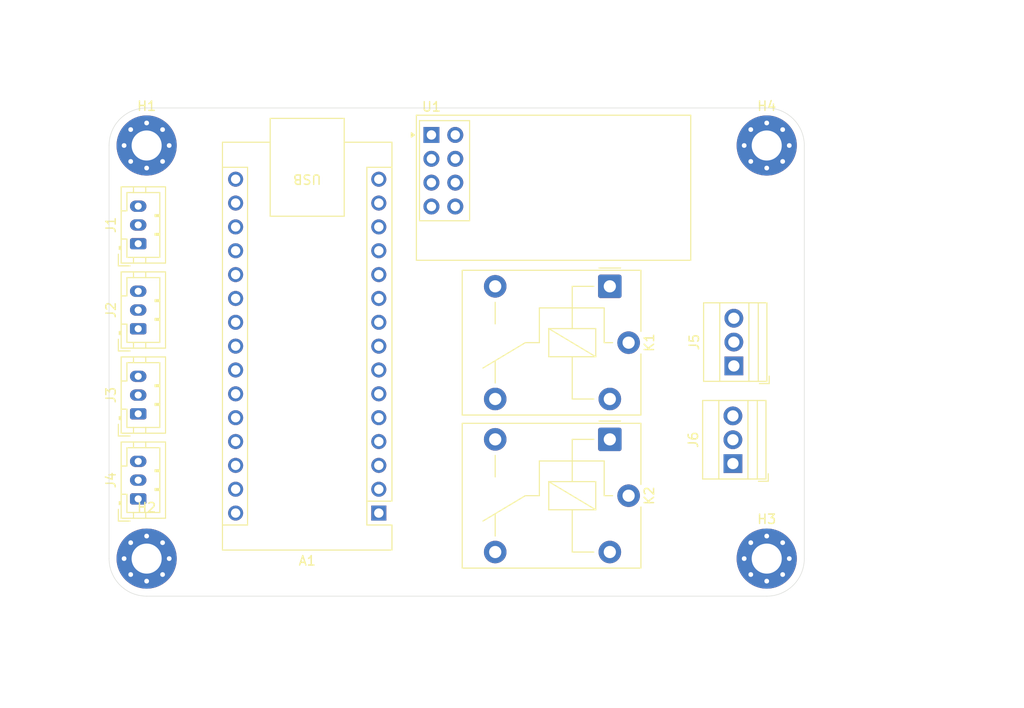
<source format=kicad_pcb>
(kicad_pcb (version 20240108) (generator "pcbnew") (generator_version "8.0")
  (layers (0 "F.Cu" signal) (31 "B.Cu" signal) (34 "B.Paste" user) (35 "F.Paste" user) (36 "B.SilkS" user "B.Silkscreen") (37 "F.SilkS" user "F.Silkscreen") (38 "B.Mask" user) (39 "F.Mask" user) (44 "Edge.Cuts" user))
  (net 0 "")
  (net 20 "Moisture 2")
  (net 21 "Moisture 1")
  (net 22 "Moisture 4")
  (net 23 "Moisture 3")
  (net 24 "GND")
  (net 25 "VCC")
  (net 26 "CSN")
  (net 27 "MISO")
  (net 28 "MOSI")
  (net 29 "SCK")
  (net 30 "CE")
  (net 31 "NC1")
  (net 32 "NO1")
  (net 33 "CO1")
  (net 34 "NC2")
  (net 35 "CO2")
  (net 36 "NO2")
  (net 37 "Net-(Q1-C)")
  (net 38 "Net-(Q2-C)")
  (net 39 "RY2")
  (net 40 "RY1")
  (footprint "MountingHole:MountingHole_3.2mm_M3_Pad_Via" (layer "F.Cu") (at 178.7 51.9)
    (property "Reference" "H4" (at 0 -4.2 0) (layer "F.SilkS"))
    (property "Value" "MountingHole_Pad")
    (pad "1" thru_hole circle (at -2.4 0) (size 0.8 0.8) (drill 0.5) (layers "*.Cu" "*.Mask") (net 24 "GND"))
    (pad "1" thru_hole circle (at -1.697056 -1.697056) (size 0.8 0.8) (drill 0.5) (layers "*.Cu" "*.Mask") (net 24 "GND"))
    (pad "1" thru_hole circle (at -1.697056 1.697056) (size 0.8 0.8) (drill 0.5) (layers "*.Cu" "*.Mask") (net 24 "GND"))
    (pad "1" thru_hole circle (at 0 -2.4) (size 0.8 0.8) (drill 0.5) (layers "*.Cu" "*.Mask") (net 24 "GND"))
    (pad "1" thru_hole circle (at 0 0) (size 6.4 6.4) (drill 3.2) (layers "*.Cu" "*.Mask") (net 24 "GND"))
    (pad "1" thru_hole circle (at 0 2.4) (size 0.8 0.8) (drill 0.5) (layers "*.Cu" "*.Mask") (net 24 "GND"))
    (pad "1" thru_hole circle (at 1.697056 -1.697056) (size 0.8 0.8) (drill 0.5) (layers "*.Cu" "*.Mask") (net 24 "GND"))
    (pad "1" thru_hole circle (at 1.697056 1.697056) (size 0.8 0.8) (drill 0.5) (layers "*.Cu" "*.Mask") (net 24 "GND"))
    (pad "1" thru_hole circle (at 2.4 0) (size 0.8 0.8) (drill 0.5) (layers "*.Cu" "*.Mask") (net 24 "GND"))
  )
  (footprint "MountingHole:MountingHole_3.2mm_M3_Pad_Via" (layer "F.Cu") (at 178.7 95.9)
    (property "Reference" "H3" (at 0 -4.2 0) (layer "F.SilkS"))
    (property "Value" "MountingHole_Pad")
    (pad "1" thru_hole circle (at -2.4 0) (size 0.8 0.8) (drill 0.5) (layers "*.Cu" "*.Mask") (net 24 "GND"))
    (pad "1" thru_hole circle (at -1.697056 -1.697056) (size 0.8 0.8) (drill 0.5) (layers "*.Cu" "*.Mask") (net 24 "GND"))
    (pad "1" thru_hole circle (at -1.697056 1.697056) (size 0.8 0.8) (drill 0.5) (layers "*.Cu" "*.Mask") (net 24 "GND"))
    (pad "1" thru_hole circle (at 0 -2.4) (size 0.8 0.8) (drill 0.5) (layers "*.Cu" "*.Mask") (net 24 "GND"))
    (pad "1" thru_hole circle (at 0 0) (size 6.4 6.4) (drill 3.2) (layers "*.Cu" "*.Mask") (net 24 "GND"))
    (pad "1" thru_hole circle (at 0 2.4) (size 0.8 0.8) (drill 0.5) (layers "*.Cu" "*.Mask") (net 24 "GND"))
    (pad "1" thru_hole circle (at 1.697056 -1.697056) (size 0.8 0.8) (drill 0.5) (layers "*.Cu" "*.Mask") (net 24 "GND"))
    (pad "1" thru_hole circle (at 1.697056 1.697056) (size 0.8 0.8) (drill 0.5) (layers "*.Cu" "*.Mask") (net 24 "GND"))
    (pad "1" thru_hole circle (at 2.4 0) (size 0.8 0.8) (drill 0.5) (layers "*.Cu" "*.Mask") (net 24 "GND"))
  )
  (footprint "Connector_JST:JST_PH_B3B-PH-K_1x03_P2.00mm_Vertical" (layer "F.Cu") (at 111.8 89.540588 90)
    (property "Reference" "J4" (at 2 -2.9 -90) (layer "F.SilkS"))
    (property "Value" "Conn_01x03")
    (fp_line (start -1.11 -2.11) (end -2.36 -2.11) (stroke (width 0.12)) (layer "F.SilkS"))
    (fp_line (start -2.36 -2.11) (end -2.36 -0.86) (stroke (width 0.12)) (layer "F.SilkS"))
    (fp_line (start -0.3 -2.01) (end -0.6 -2.01) (stroke (width 0.12)) (layer "F.SilkS"))
    (fp_line (start -0.6 -2.01) (end -0.6 -1.81) (stroke (width 0.12)) (layer "F.SilkS"))
    (fp_line (start -0.3 -1.91) (end -0.6 -1.91) (stroke (width 0.12)) (layer "F.SilkS"))
    (fp_line (start 6.06 -1.81) (end -2.06 -1.81) (stroke (width 0.12)) (layer "F.SilkS"))
    (fp_line (start 0.5 -1.81) (end 0.5 -1.2) (stroke (width 0.12)) (layer "F.SilkS"))
    (fp_line (start -0.3 -1.81) (end -0.3 -2.01) (stroke (width 0.12)) (layer "F.SilkS"))
    (fp_line (start -2.06 -1.81) (end -2.06 2.91) (stroke (width 0.12)) (layer "F.SilkS"))
    (fp_line (start 5.45 -1.2) (end 3.5 -1.2) (stroke (width 0.12)) (layer "F.SilkS"))
    (fp_line (start 3.5 -1.2) (end 3.5 -1.81) (stroke (width 0.12)) (layer "F.SilkS"))
    (fp_line (start 0.5 -1.2) (end -1.45 -1.2) (stroke (width 0.12)) (layer "F.SilkS"))
    (fp_line (start -1.45 -1.2) (end -1.45 2.3) (stroke (width 0.12)) (layer "F.SilkS"))
    (fp_line (start 6.06 -0.5) (end 5.45 -0.5) (stroke (width 0.12)) (layer "F.SilkS"))
    (fp_line (start -2.06 -0.5) (end -1.45 -0.5) (stroke (width 0.12)) (layer "F.SilkS"))
    (fp_line (start 6.06 0.8) (end 5.45 0.8) (stroke (width 0.12)) (layer "F.SilkS"))
    (fp_line (start -2.06 0.8) (end -1.45 0.8) (stroke (width 0.12)) (layer "F.SilkS"))
    (fp_line (start 3.1 1.8) (end 3.1 2.3) (stroke (width 0.12)) (layer "F.SilkS"))
    (fp_line (start 2.9 1.8) (end 3.1 1.8) (stroke (width 0.12)) (layer "F.SilkS"))
    (fp_line (start 1.1 1.8) (end 1.1 2.3) (stroke (width 0.12)) (layer "F.SilkS"))
    (fp_line (start 0.9 1.8) (end 1.1 1.8) (stroke (width 0.12)) (layer "F.SilkS"))
    (fp_line (start 5.45 2.3) (end 5.45 -1.2) (stroke (width 0.12)) (layer "F.SilkS"))
    (fp_line (start 3 2.3) (end 3 1.8) (stroke (width 0.12)) (layer "F.SilkS"))
    (fp_line (start 2.9 2.3) (end 2.9 1.8) (stroke (width 0.12)) (layer "F.SilkS"))
    (fp_line (start 1 2.3) (end 1 1.8) (stroke (width 0.12)) (layer "F.SilkS"))
    (fp_line (start 0.9 2.3) (end 0.9 1.8) (stroke (width 0.12)) (layer "F.SilkS"))
    (fp_line (start -1.45 2.3) (end 5.45 2.3) (stroke (width 0.12)) (layer "F.SilkS"))
    (fp_line (start 6.06 2.91) (end 6.06 -1.81) (stroke (width 0.12)) (layer "F.SilkS"))
    (fp_line (start -2.06 2.91) (end 6.06 2.91) (stroke (width 0.12)) (layer "F.SilkS"))
    (pad "1" thru_hole roundrect (at 0 0 90) (size 1.2 1.75) (drill 0.75) (layers "*.Cu" "*.Mask") (roundrect_rratio 0.208333) (net 25 "VCC"))
    (pad "2" thru_hole oval (at 2 0 90) (size 1.2 1.75) (drill 0.75) (layers "*.Cu" "*.Mask") (net 22 "Moisture 4"))
    (pad "3" thru_hole oval (at 4 0 90) (size 1.2 1.75) (drill 0.75) (layers "*.Cu" "*.Mask") (net 24 "GND"))
  )
  (footprint "Connector_JST:JST_PH_B3B-PH-K_1x03_P2.00mm_Vertical" (layer "F.Cu") (at 111.8 62.362355 90)
    (property "Reference" "J1" (at 2 -2.9 -90) (layer "F.SilkS"))
    (property "Value" "Conn_01x03")
    (fp_line (start -1.11 -2.11) (end -2.36 -2.11) (stroke (width 0.12)) (layer "F.SilkS"))
    (fp_line (start -2.36 -2.11) (end -2.36 -0.86) (stroke (width 0.12)) (layer "F.SilkS"))
    (fp_line (start -0.3 -2.01) (end -0.6 -2.01) (stroke (width 0.12)) (layer "F.SilkS"))
    (fp_line (start -0.6 -2.01) (end -0.6 -1.81) (stroke (width 0.12)) (layer "F.SilkS"))
    (fp_line (start -0.3 -1.91) (end -0.6 -1.91) (stroke (width 0.12)) (layer "F.SilkS"))
    (fp_line (start 6.06 -1.81) (end -2.06 -1.81) (stroke (width 0.12)) (layer "F.SilkS"))
    (fp_line (start 0.5 -1.81) (end 0.5 -1.2) (stroke (width 0.12)) (layer "F.SilkS"))
    (fp_line (start -0.3 -1.81) (end -0.3 -2.01) (stroke (width 0.12)) (layer "F.SilkS"))
    (fp_line (start -2.06 -1.81) (end -2.06 2.91) (stroke (width 0.12)) (layer "F.SilkS"))
    (fp_line (start 5.45 -1.2) (end 3.5 -1.2) (stroke (width 0.12)) (layer "F.SilkS"))
    (fp_line (start 3.5 -1.2) (end 3.5 -1.81) (stroke (width 0.12)) (layer "F.SilkS"))
    (fp_line (start 0.5 -1.2) (end -1.45 -1.2) (stroke (width 0.12)) (layer "F.SilkS"))
    (fp_line (start -1.45 -1.2) (end -1.45 2.3) (stroke (width 0.12)) (layer "F.SilkS"))
    (fp_line (start 6.06 -0.5) (end 5.45 -0.5) (stroke (width 0.12)) (layer "F.SilkS"))
    (fp_line (start -2.06 -0.5) (end -1.45 -0.5) (stroke (width 0.12)) (layer "F.SilkS"))
    (fp_line (start 6.06 0.8) (end 5.45 0.8) (stroke (width 0.12)) (layer "F.SilkS"))
    (fp_line (start -2.06 0.8) (end -1.45 0.8) (stroke (width 0.12)) (layer "F.SilkS"))
    (fp_line (start 3.1 1.8) (end 3.1 2.3) (stroke (width 0.12)) (layer "F.SilkS"))
    (fp_line (start 2.9 1.8) (end 3.1 1.8) (stroke (width 0.12)) (layer "F.SilkS"))
    (fp_line (start 1.1 1.8) (end 1.1 2.3) (stroke (width 0.12)) (layer "F.SilkS"))
    (fp_line (start 0.9 1.8) (end 1.1 1.8) (stroke (width 0.12)) (layer "F.SilkS"))
    (fp_line (start 5.45 2.3) (end 5.45 -1.2) (stroke (width 0.12)) (layer "F.SilkS"))
    (fp_line (start 3 2.3) (end 3 1.8) (stroke (width 0.12)) (layer "F.SilkS"))
    (fp_line (start 2.9 2.3) (end 2.9 1.8) (stroke (width 0.12)) (layer "F.SilkS"))
    (fp_line (start 1 2.3) (end 1 1.8) (stroke (width 0.12)) (layer "F.SilkS"))
    (fp_line (start 0.9 2.3) (end 0.9 1.8) (stroke (width 0.12)) (layer "F.SilkS"))
    (fp_line (start -1.45 2.3) (end 5.45 2.3) (stroke (width 0.12)) (layer "F.SilkS"))
    (fp_line (start 6.06 2.91) (end 6.06 -1.81) (stroke (width 0.12)) (layer "F.SilkS"))
    (fp_line (start -2.06 2.91) (end 6.06 2.91) (stroke (width 0.12)) (layer "F.SilkS"))
    (pad "1" thru_hole roundrect (at 0 0 90) (size 1.2 1.75) (drill 0.75) (layers "*.Cu" "*.Mask") (roundrect_rratio 0.208333) (net 25 "VCC"))
    (pad "2" thru_hole oval (at 2 0 90) (size 1.2 1.75) (drill 0.75) (layers "*.Cu" "*.Mask") (net 21 "Moisture 1"))
    (pad "3" thru_hole oval (at 4 0 90) (size 1.2 1.75) (drill 0.75) (layers "*.Cu" "*.Mask") (net 24 "GND"))
  )
  (footprint "MountingHole:MountingHole_3.2mm_M3_Pad_Via" (layer "F.Cu") (at 112.7 51.9)
    (property "Reference" "H1" (at 0 -4.2 0) (layer "F.SilkS"))
    (property "Value" "MountingHole_Pad")
    (pad "1" thru_hole circle (at -2.4 0) (size 0.8 0.8) (drill 0.5) (layers "*.Cu" "*.Mask") (net 24 "GND"))
    (pad "1" thru_hole circle (at -1.697056 -1.697056) (size 0.8 0.8) (drill 0.5) (layers "*.Cu" "*.Mask") (net 24 "GND"))
    (pad "1" thru_hole circle (at -1.697056 1.697056) (size 0.8 0.8) (drill 0.5) (layers "*.Cu" "*.Mask") (net 24 "GND"))
    (pad "1" thru_hole circle (at 0 -2.4) (size 0.8 0.8) (drill 0.5) (layers "*.Cu" "*.Mask") (net 24 "GND"))
    (pad "1" thru_hole circle (at 0 0) (size 6.4 6.4) (drill 3.2) (layers "*.Cu" "*.Mask") (net 24 "GND"))
    (pad "1" thru_hole circle (at 0 2.4) (size 0.8 0.8) (drill 0.5) (layers "*.Cu" "*.Mask") (net 24 "GND"))
    (pad "1" thru_hole circle (at 1.697056 -1.697056) (size 0.8 0.8) (drill 0.5) (layers "*.Cu" "*.Mask") (net 24 "GND"))
    (pad "1" thru_hole circle (at 1.697056 1.697056) (size 0.8 0.8) (drill 0.5) (layers "*.Cu" "*.Mask") (net 24 "GND"))
    (pad "1" thru_hole circle (at 2.4 0) (size 0.8 0.8) (drill 0.5) (layers "*.Cu" "*.Mask") (net 24 "GND"))
  )
  (footprint "Connector_JST:JST_PH_B3B-PH-K_1x03_P2.00mm_Vertical" (layer "F.Cu") (at 111.8 71.421766 90)
    (property "Reference" "J2" (at 2 -2.9 -90) (layer "F.SilkS"))
    (property "Value" "Conn_01x03")
    (fp_line (start -1.11 -2.11) (end -2.36 -2.11) (stroke (width 0.12)) (layer "F.SilkS"))
    (fp_line (start -2.36 -2.11) (end -2.36 -0.86) (stroke (width 0.12)) (layer "F.SilkS"))
    (fp_line (start -0.3 -2.01) (end -0.6 -2.01) (stroke (width 0.12)) (layer "F.SilkS"))
    (fp_line (start -0.6 -2.01) (end -0.6 -1.81) (stroke (width 0.12)) (layer "F.SilkS"))
    (fp_line (start -0.3 -1.91) (end -0.6 -1.91) (stroke (width 0.12)) (layer "F.SilkS"))
    (fp_line (start 6.06 -1.81) (end -2.06 -1.81) (stroke (width 0.12)) (layer "F.SilkS"))
    (fp_line (start 0.5 -1.81) (end 0.5 -1.2) (stroke (width 0.12)) (layer "F.SilkS"))
    (fp_line (start -0.3 -1.81) (end -0.3 -2.01) (stroke (width 0.12)) (layer "F.SilkS"))
    (fp_line (start -2.06 -1.81) (end -2.06 2.91) (stroke (width 0.12)) (layer "F.SilkS"))
    (fp_line (start 5.45 -1.2) (end 3.5 -1.2) (stroke (width 0.12)) (layer "F.SilkS"))
    (fp_line (start 3.5 -1.2) (end 3.5 -1.81) (stroke (width 0.12)) (layer "F.SilkS"))
    (fp_line (start 0.5 -1.2) (end -1.45 -1.2) (stroke (width 0.12)) (layer "F.SilkS"))
    (fp_line (start -1.45 -1.2) (end -1.45 2.3) (stroke (width 0.12)) (layer "F.SilkS"))
    (fp_line (start 6.06 -0.5) (end 5.45 -0.5) (stroke (width 0.12)) (layer "F.SilkS"))
    (fp_line (start -2.06 -0.5) (end -1.45 -0.5) (stroke (width 0.12)) (layer "F.SilkS"))
    (fp_line (start 6.06 0.8) (end 5.45 0.8) (stroke (width 0.12)) (layer "F.SilkS"))
    (fp_line (start -2.06 0.8) (end -1.45 0.8) (stroke (width 0.12)) (layer "F.SilkS"))
    (fp_line (start 3.1 1.8) (end 3.1 2.3) (stroke (width 0.12)) (layer "F.SilkS"))
    (fp_line (start 2.9 1.8) (end 3.1 1.8) (stroke (width 0.12)) (layer "F.SilkS"))
    (fp_line (start 1.1 1.8) (end 1.1 2.3) (stroke (width 0.12)) (layer "F.SilkS"))
    (fp_line (start 0.9 1.8) (end 1.1 1.8) (stroke (width 0.12)) (layer "F.SilkS"))
    (fp_line (start 5.45 2.3) (end 5.45 -1.2) (stroke (width 0.12)) (layer "F.SilkS"))
    (fp_line (start 3 2.3) (end 3 1.8) (stroke (width 0.12)) (layer "F.SilkS"))
    (fp_line (start 2.9 2.3) (end 2.9 1.8) (stroke (width 0.12)) (layer "F.SilkS"))
    (fp_line (start 1 2.3) (end 1 1.8) (stroke (width 0.12)) (layer "F.SilkS"))
    (fp_line (start 0.9 2.3) (end 0.9 1.8) (stroke (width 0.12)) (layer "F.SilkS"))
    (fp_line (start -1.45 2.3) (end 5.45 2.3) (stroke (width 0.12)) (layer "F.SilkS"))
    (fp_line (start 6.06 2.91) (end 6.06 -1.81) (stroke (width 0.12)) (layer "F.SilkS"))
    (fp_line (start -2.06 2.91) (end 6.06 2.91) (stroke (width 0.12)) (layer "F.SilkS"))
    (pad "1" thru_hole roundrect (at 0 0 90) (size 1.2 1.75) (drill 0.75) (layers "*.Cu" "*.Mask") (roundrect_rratio 0.208333) (net 25 "VCC"))
    (pad "2" thru_hole oval (at 2 0 90) (size 1.2 1.75) (drill 0.75) (layers "*.Cu" "*.Mask") (net 20 "Moisture 2"))
    (pad "3" thru_hole oval (at 4 0 90) (size 1.2 1.75) (drill 0.75) (layers "*.Cu" "*.Mask") (net 24 "GND"))
  )
  (footprint "Connector_JST:JST_PH_B3B-PH-K_1x03_P2.00mm_Vertical" (layer "F.Cu") (at 111.8 80.481177 90)
    (property "Reference" "J3" (at 2 -2.9 -90) (layer "F.SilkS"))
    (property "Value" "Conn_01x03")
    (fp_line (start -1.11 -2.11) (end -2.36 -2.11) (stroke (width 0.12)) (layer "F.SilkS"))
    (fp_line (start -2.36 -2.11) (end -2.36 -0.86) (stroke (width 0.12)) (layer "F.SilkS"))
    (fp_line (start -0.3 -2.01) (end -0.6 -2.01) (stroke (width 0.12)) (layer "F.SilkS"))
    (fp_line (start -0.6 -2.01) (end -0.6 -1.81) (stroke (width 0.12)) (layer "F.SilkS"))
    (fp_line (start -0.3 -1.91) (end -0.6 -1.91) (stroke (width 0.12)) (layer "F.SilkS"))
    (fp_line (start 6.06 -1.81) (end -2.06 -1.81) (stroke (width 0.12)) (layer "F.SilkS"))
    (fp_line (start 0.5 -1.81) (end 0.5 -1.2) (stroke (width 0.12)) (layer "F.SilkS"))
    (fp_line (start -0.3 -1.81) (end -0.3 -2.01) (stroke (width 0.12)) (layer "F.SilkS"))
    (fp_line (start -2.06 -1.81) (end -2.06 2.91) (stroke (width 0.12)) (layer "F.SilkS"))
    (fp_line (start 5.45 -1.2) (end 3.5 -1.2) (stroke (width 0.12)) (layer "F.SilkS"))
    (fp_line (start 3.5 -1.2) (end 3.5 -1.81) (stroke (width 0.12)) (layer "F.SilkS"))
    (fp_line (start 0.5 -1.2) (end -1.45 -1.2) (stroke (width 0.12)) (layer "F.SilkS"))
    (fp_line (start -1.45 -1.2) (end -1.45 2.3) (stroke (width 0.12)) (layer "F.SilkS"))
    (fp_line (start 6.06 -0.5) (end 5.45 -0.5) (stroke (width 0.12)) (layer "F.SilkS"))
    (fp_line (start -2.06 -0.5) (end -1.45 -0.5) (stroke (width 0.12)) (layer "F.SilkS"))
    (fp_line (start 6.06 0.8) (end 5.45 0.8) (stroke (width 0.12)) (layer "F.SilkS"))
    (fp_line (start -2.06 0.8) (end -1.45 0.8) (stroke (width 0.12)) (layer "F.SilkS"))
    (fp_line (start 3.1 1.8) (end 3.1 2.3) (stroke (width 0.12)) (layer "F.SilkS"))
    (fp_line (start 2.9 1.8) (end 3.1 1.8) (stroke (width 0.12)) (layer "F.SilkS"))
    (fp_line (start 1.1 1.8) (end 1.1 2.3) (stroke (width 0.12)) (layer "F.SilkS"))
    (fp_line (start 0.9 1.8) (end 1.1 1.8) (stroke (width 0.12)) (layer "F.SilkS"))
    (fp_line (start 5.45 2.3) (end 5.45 -1.2) (stroke (width 0.12)) (layer "F.SilkS"))
    (fp_line (start 3 2.3) (end 3 1.8) (stroke (width 0.12)) (layer "F.SilkS"))
    (fp_line (start 2.9 2.3) (end 2.9 1.8) (stroke (width 0.12)) (layer "F.SilkS"))
    (fp_line (start 1 2.3) (end 1 1.8) (stroke (width 0.12)) (layer "F.SilkS"))
    (fp_line (start 0.9 2.3) (end 0.9 1.8) (stroke (width 0.12)) (layer "F.SilkS"))
    (fp_line (start -1.45 2.3) (end 5.45 2.3) (stroke (width 0.12)) (layer "F.SilkS"))
    (fp_line (start 6.06 2.91) (end 6.06 -1.81) (stroke (width 0.12)) (layer "F.SilkS"))
    (fp_line (start -2.06 2.91) (end 6.06 2.91) (stroke (width 0.12)) (layer "F.SilkS"))
    (pad "1" thru_hole roundrect (at 0 0 90) (size 1.2 1.75) (drill 0.75) (layers "*.Cu" "*.Mask") (roundrect_rratio 0.208333) (net 25 "VCC"))
    (pad "2" thru_hole oval (at 2 0 90) (size 1.2 1.75) (drill 0.75) (layers "*.Cu" "*.Mask") (net 23 "Moisture 3"))
    (pad "3" thru_hole oval (at 4 0 90) (size 1.2 1.75) (drill 0.75) (layers "*.Cu" "*.Mask") (net 24 "GND"))
  )
  (footprint "TerminalBlock:TerminalBlock_Xinya_XY308-2.54-3P_1x03_P2.54mm_Horizontal" (layer "F.Cu") (at 175.1 85.78 90)
    (property "Reference" "J6" (at 2.54 -4.22 -90) (layer "F.SilkS"))
    (property "Value" "Screw_Terminal_01x03")
    (fp_line (start 6.721 -3.22) (end 6.721 3.52) (stroke (width 0.12)) (layer "F.SilkS"))
    (fp_line (start -1.64 -3.22) (end 6.721 -3.22) (stroke (width 0.12)) (layer "F.SilkS"))
    (fp_line (start -1.64 -3.22) (end -1.64 3.52) (stroke (width 0.12)) (layer "F.SilkS"))
    (fp_line (start -1.64 -1.501) (end 6.721 -1.501) (stroke (width 0.12)) (layer "F.SilkS"))
    (fp_line (start -1.64 1.6) (end 6.721 1.6) (stroke (width 0.12)) (layer "F.SilkS"))
    (fp_line (start -1.64 2.6) (end 6.721 2.6) (stroke (width 0.12)) (layer "F.SilkS"))
    (fp_line (start -1.88 2.72) (end -1.88 3.76) (stroke (width 0.12)) (layer "F.SilkS"))
    (fp_line (start -1.64 3.52) (end 6.721 3.52) (stroke (width 0.12)) (layer "F.SilkS"))
    (fp_line (start -1.88 3.76) (end -1.08 3.76) (stroke (width 0.12)) (layer "F.SilkS"))
    (pad "1" thru_hole rect (at 0 0 90) (size 2 2) (drill 1.2) (layers "*.Cu" "*.Mask") (net 36 "NO2"))
    (pad "2" thru_hole circle (at 2.54 0 90) (size 2 2) (drill 1.2) (layers "*.Cu" "*.Mask") (net 35 "CO2"))
    (pad "3" thru_hole circle (at 5.08 0 90) (size 2 2) (drill 1.2) (layers "*.Cu" "*.Mask") (net 34 "NC2"))
  )
  (footprint "Module:Arduino_Nano" (layer "F.Cu") (at 137.41 91.05 180)
    (property "Reference" "A1" (at 7.62 -5.08 180) (layer "F.SilkS"))
    (property "Value" "Arduino_Nano_v3.x")
    (fp_line (start 16.64 39.5) (end 16.64 -3.94) (stroke (width 0.12)) (layer "F.SilkS"))
    (fp_line (start 16.64 39.5) (end 11.56 39.5) (stroke (width 0.12)) (layer "F.SilkS"))
    (fp_line (start 16.64 -3.94) (end -1.4 -3.94) (stroke (width 0.12)) (layer "F.SilkS"))
    (fp_line (start 13.97 36.83) (end 16.64 36.83) (stroke (width 0.12)) (layer "F.SilkS"))
    (fp_line (start 13.97 -1.27) (end 16.64 -1.27) (stroke (width 0.12)) (layer "F.SilkS"))
    (fp_line (start 13.97 -1.27) (end 13.97 36.83) (stroke (width 0.12)) (layer "F.SilkS"))
    (fp_line (start 11.56 42.04) (end 3.68 42.04) (stroke (width 0.12)) (layer "F.SilkS"))
    (fp_line (start 11.56 31.62) (end 11.56 42.04) (stroke (width 0.12)) (layer "F.SilkS"))
    (fp_line (start 3.68 42.04) (end 3.68 31.62) (stroke (width 0.12)) (layer "F.SilkS"))
    (fp_line (start 3.68 31.62) (end 11.56 31.62) (stroke (width 0.12)) (layer "F.SilkS"))
    (fp_line (start 1.27 36.83) (end -1.4 36.83) (stroke (width 0.12)) (layer "F.SilkS"))
    (fp_line (start 1.27 1.27) (end 1.27 36.83) (stroke (width 0.12)) (layer "F.SilkS"))
    (fp_line (start 1.27 1.27) (end 1.27 -1.27) (stroke (width 0.12)) (layer "F.SilkS"))
    (fp_line (start 1.27 1.27) (end -1.4 1.27) (stroke (width 0.12)) (layer "F.SilkS"))
    (fp_line (start 1.27 -1.27) (end -1.4 -1.27) (stroke (width 0.12)) (layer "F.SilkS"))
    (fp_line (start -1.4 39.5) (end 3.68 39.5) (stroke (width 0.12)) (layer "F.SilkS"))
    (fp_line (start -1.4 1.27) (end -1.4 39.5) (stroke (width 0.12)) (layer "F.SilkS"))
    (fp_line (start -1.4 -3.94) (end -1.4 -1.27) (stroke (width 0.12)) (layer "F.SilkS"))
    (fp_text user "USB" (at 7.62 35.56 180) (layer "F.SilkS"))
    (pad "1" thru_hole rect (at 0 0 180) (size 1.6 1.6) (drill 1) (layers "*.Cu" "*.Mask"))
    (pad "2" thru_hole oval (at 0 2.54 180) (size 1.6 1.6) (drill 1) (layers "*.Cu" "*.Mask"))
    (pad "3" thru_hole oval (at 0 5.08 180) (size 1.6 1.6) (drill 1) (layers "*.Cu" "*.Mask"))
    (pad "4" thru_hole oval (at 0 7.62 180) (size 1.6 1.6) (drill 1) (layers "*.Cu" "*.Mask") (net 24 "GND"))
    (pad "5" thru_hole oval (at 0 10.16 180) (size 1.6 1.6) (drill 1) (layers "*.Cu" "*.Mask") (net 40 "RY1"))
    (pad "6" thru_hole oval (at 0 12.7 180) (size 1.6 1.6) (drill 1) (layers "*.Cu" "*.Mask") (net 39 "RY2"))
    (pad "7" thru_hole oval (at 0 15.24 180) (size 1.6 1.6) (drill 1) (layers "*.Cu" "*.Mask"))
    (pad "8" thru_hole oval (at 0 17.78 180) (size 1.6 1.6) (drill 1) (layers "*.Cu" "*.Mask"))
    (pad "9" thru_hole oval (at 0 20.32 180) (size 1.6 1.6) (drill 1) (layers "*.Cu" "*.Mask"))
    (pad "10" thru_hole oval (at 0 22.86 180) (size 1.6 1.6) (drill 1) (layers "*.Cu" "*.Mask"))
    (pad "11" thru_hole oval (at 0 25.4 180) (size 1.6 1.6) (drill 1) (layers "*.Cu" "*.Mask"))
    (pad "12" thru_hole oval (at 0 27.94 180) (size 1.6 1.6) (drill 1) (layers "*.Cu" "*.Mask") (net 30 "CE"))
    (pad "13" thru_hole oval (at 0 30.48 180) (size 1.6 1.6) (drill 1) (layers "*.Cu" "*.Mask") (net 26 "CSN"))
    (pad "14" thru_hole oval (at 0 33.02 180) (size 1.6 1.6) (drill 1) (layers "*.Cu" "*.Mask") (net 28 "MOSI"))
    (pad "15" thru_hole oval (at 0 35.56 180) (size 1.6 1.6) (drill 1) (layers "*.Cu" "*.Mask") (net 27 "MISO"))
    (pad "16" thru_hole oval (at 15.24 35.56 180) (size 1.6 1.6) (drill 1) (layers "*.Cu" "*.Mask") (net 29 "SCK"))
    (pad "17" thru_hole oval (at 15.24 33.02 180) (size 1.6 1.6) (drill 1) (layers "*.Cu" "*.Mask") (net 25 "VCC"))
    (pad "18" thru_hole oval (at 15.24 30.48 180) (size 1.6 1.6) (drill 1) (layers "*.Cu" "*.Mask"))
    (pad "19" thru_hole oval (at 15.24 27.94 180) (size 1.6 1.6) (drill 1) (layers "*.Cu" "*.Mask") (net 21 "Moisture 1"))
    (pad "20" thru_hole oval (at 15.24 25.4 180) (size 1.6 1.6) (drill 1) (layers "*.Cu" "*.Mask") (net 20 "Moisture 2"))
    (pad "21" thru_hole oval (at 15.24 22.86 180) (size 1.6 1.6) (drill 1) (layers "*.Cu" "*.Mask") (net 23 "Moisture 3"))
    (pad "22" thru_hole oval (at 15.24 20.32 180) (size 1.6 1.6) (drill 1) (layers "*.Cu" "*.Mask") (net 22 "Moisture 4"))
    (pad "23" thru_hole oval (at 15.24 17.78 180) (size 1.6 1.6) (drill 1) (layers "*.Cu" "*.Mask"))
    (pad "24" thru_hole oval (at 15.24 15.24 180) (size 1.6 1.6) (drill 1) (layers "*.Cu" "*.Mask"))
    (pad "25" thru_hole oval (at 15.24 12.7 180) (size 1.6 1.6) (drill 1) (layers "*.Cu" "*.Mask"))
    (pad "26" thru_hole oval (at 15.24 10.16 180) (size 1.6 1.6) (drill 1) (layers "*.Cu" "*.Mask"))
    (pad "27" thru_hole oval (at 15.24 7.62 180) (size 1.6 1.6) (drill 1) (layers "*.Cu" "*.Mask"))
    (pad "28" thru_hole oval (at 15.24 5.08 180) (size 1.6 1.6) (drill 1) (layers "*.Cu" "*.Mask"))
    (pad "29" thru_hole oval (at 15.24 2.54 180) (size 1.6 1.6) (drill 1) (layers "*.Cu" "*.Mask") (net 24 "GND"))
    (pad "30" thru_hole oval (at 15.24 0 180) (size 1.6 1.6) (drill 1) (layers "*.Cu" "*.Mask"))
  )
  (footprint "MountingHole:MountingHole_3.2mm_M3_Pad_Via" (layer "F.Cu") (at 112.7 95.9)
    (property "Reference" "H2" (at 0 -5.4375 0) (layer "F.SilkS"))
    (property "Value" "MountingHole_Pad")
    (pad "1" thru_hole circle (at -2.4 0) (size 0.8 0.8) (drill 0.5) (layers "*.Cu" "*.Mask") (net 24 "GND"))
    (pad "1" thru_hole circle (at -1.697056 -1.697056) (size 0.8 0.8) (drill 0.5) (layers "*.Cu" "*.Mask") (net 24 "GND"))
    (pad "1" thru_hole circle (at -1.697056 1.697056) (size 0.8 0.8) (drill 0.5) (layers "*.Cu" "*.Mask") (net 24 "GND"))
    (pad "1" thru_hole circle (at 0 -2.4) (size 0.8 0.8) (drill 0.5) (layers "*.Cu" "*.Mask") (net 24 "GND"))
    (pad "1" thru_hole circle (at 0 0) (size 6.4 6.4) (drill 3.2) (layers "*.Cu" "*.Mask") (net 24 "GND"))
    (pad "1" thru_hole circle (at 0 2.4) (size 0.8 0.8) (drill 0.5) (layers "*.Cu" "*.Mask") (net 24 "GND"))
    (pad "1" thru_hole circle (at 1.697056 -1.697056) (size 0.8 0.8) (drill 0.5) (layers "*.Cu" "*.Mask") (net 24 "GND"))
    (pad "1" thru_hole circle (at 1.697056 1.697056) (size 0.8 0.8) (drill 0.5) (layers "*.Cu" "*.Mask") (net 24 "GND"))
    (pad "1" thru_hole circle (at 2.4 0) (size 0.8 0.8) (drill 0.5) (layers "*.Cu" "*.Mask") (net 24 "GND"))
  )
  (footprint "TerminalBlock:TerminalBlock_Xinya_XY308-2.54-3P_1x03_P2.54mm_Horizontal" (layer "F.Cu") (at 175.2 75.3775 90)
    (property "Reference" "J5" (at 2.54 -4.22 -90) (layer "F.SilkS"))
    (property "Value" "Screw_Terminal_01x03")
    (fp_line (start 6.721 -3.22) (end 6.721 3.52) (stroke (width 0.12)) (layer "F.SilkS"))
    (fp_line (start -1.64 -3.22) (end 6.721 -3.22) (stroke (width 0.12)) (layer "F.SilkS"))
    (fp_line (start -1.64 -3.22) (end -1.64 3.52) (stroke (width 0.12)) (layer "F.SilkS"))
    (fp_line (start -1.64 -1.501) (end 6.721 -1.501) (stroke (width 0.12)) (layer "F.SilkS"))
    (fp_line (start -1.64 1.6) (end 6.721 1.6) (stroke (width 0.12)) (layer "F.SilkS"))
    (fp_line (start -1.64 2.6) (end 6.721 2.6) (stroke (width 0.12)) (layer "F.SilkS"))
    (fp_line (start -1.88 2.72) (end -1.88 3.76) (stroke (width 0.12)) (layer "F.SilkS"))
    (fp_line (start -1.64 3.52) (end 6.721 3.52) (stroke (width 0.12)) (layer "F.SilkS"))
    (fp_line (start -1.88 3.76) (end -1.08 3.76) (stroke (width 0.12)) (layer "F.SilkS"))
    (pad "1" thru_hole rect (at 0 0 90) (size 2 2) (drill 1.2) (layers "*.Cu" "*.Mask") (net 32 "NO1"))
    (pad "2" thru_hole circle (at 2.54 0 90) (size 2 2) (drill 1.2) (layers "*.Cu" "*.Mask") (net 33 "CO1"))
    (pad "3" thru_hole circle (at 5.08 0 90) (size 2 2) (drill 1.2) (layers "*.Cu" "*.Mask") (net 31 "NC1"))
  )
  (footprint "Relay_THT:Relay_SPDT_Finder_36.11" (layer "F.Cu") (at 162 66.9 -90)
    (property "Reference" "K1" (at 6 -4.2 90) (layer "F.SilkS"))
    (property "Value" "Relay_SPDT")
    (fp_line (start 13.71 15.71) (end -1.71 15.71) (stroke (width 0.12)) (layer "F.SilkS"))
    (fp_line (start -1.71 15.7) (end -1.71 -3.31) (stroke (width 0.12)) (layer "F.SilkS"))
    (fp_line (start 1.7 12.2) (end 4 12.2) (stroke (width 0.12)) (layer "F.SilkS"))
    (fp_line (start 10.3 12.2) (end 8 12.2) (stroke (width 0.12)) (layer "F.SilkS"))
    (fp_line (start 6 9) (end 8.7 13.5) (stroke (width 0.12)) (layer "F.SilkS"))
    (fp_line (start 2.3 7.5) (end 2.3 0.6) (stroke (width 0.12)) (layer "F.SilkS"))
    (fp_line (start 6 7.5) (end 6 9) (stroke (width 0.12)) (layer "F.SilkS"))
    (fp_line (start 6 7.5) (end 2.3 7.5) (stroke (width 0.12)) (layer "F.SilkS"))
    (fp_line (start 4.5 6.5) (end 4.5 1.5) (stroke (width 0.12)) (layer "F.SilkS"))
    (fp_line (start 4.5 6.5) (end 7.5 1.5) (stroke (width 0.12)) (layer "F.SilkS"))
    (fp_line (start 7.5 6.5) (end 4.5 6.5) (stroke (width 0.12)) (layer "F.SilkS"))
    (fp_line (start 4.5 4) (end 0 4) (stroke (width 0.12)) (layer "F.SilkS"))
    (fp_line (start 12 4) (end 7.5 4) (stroke (width 0.12)) (layer "F.SilkS"))
    (fp_line (start 12 4) (end 12 1.7) (stroke (width 0.12)) (layer "F.SilkS"))
    (fp_line (start 0 1.7) (end 0 4) (stroke (width 0.12)) (layer "F.SilkS"))
    (fp_line (start 4.5 1.5) (end 7.5 1.5) (stroke (width 0.12)) (layer "F.SilkS"))
    (fp_line (start 7.5 1.5) (end 7.5 6.5) (stroke (width 0.12)) (layer "F.SilkS"))
    (fp_line (start 6 0.6) (end 2.3 0.6) (stroke (width 0.12)) (layer "F.SilkS"))
    (fp_line (start 6 0.6) (end 6 -0.3) (stroke (width 0.12)) (layer "F.SilkS"))
    (fp_line (start -1.95 -1.15) (end -1.95 1.15) (stroke (width 0.12)) (layer "F.SilkS"))
    (fp_line (start 4.8 -3.31) (end -1.71 -3.31) (stroke (width 0.12)) (layer "F.SilkS"))
    (fp_line (start 13.71 -3.31) (end 13.71 15.71) (stroke (width 0.12)) (layer "F.SilkS"))
    (fp_line (start 13.71 -3.31) (end 7.2 -3.31) (stroke (width 0.12)) (layer "F.SilkS"))
    (pad "11" thru_hole circle (at 6 -2 270) (size 2.4 2.4) (drill 1.3) (layers "*.Cu" "*.Mask") (net 33 "CO1") (clearance 0.2))
    (pad "12" thru_hole circle (at 12 12.2 270) (size 2.4 2.4) (drill 1.3) (layers "*.Cu" "*.Mask") (net 31 "NC1"))
    (pad "14" thru_hole circle (at 0 12.2 270) (size 2.4 2.4) (drill 1.3) (layers "*.Cu" "*.Mask") (net 32 "NO1"))
    (pad "A1" thru_hole roundrect (at 0 0 270) (size 2.5 2.5) (drill 1.3) (layers "*.Cu" "*.Mask") (roundrect_rratio 0.1) (net 37 "Net-(Q1-C)"))
    (pad "A2" thru_hole circle (at 12 0 270) (size 2.4 2.4) (drill 1.3) (layers "*.Cu" "*.Mask"))
  )
  (footprint "RF_Module:nRF24L01_Breakout" (layer "F.Cu") (at 143.0105 50.775)
    (property "Reference" "U1" (at 0 -3 0) (layer "F.SilkS"))
    (property "Value" "NRF24L01_Breakout")
    (fp_line (start -1.6 -2.1) (end -1.6 -2.1) (stroke (width 0.12)) (layer "F.SilkS"))
    (fp_line (start -1.6 -2.1) (end 27.6 -2.1) (stroke (width 0.12)) (layer "F.SilkS"))
    (fp_line (start -1.6 13.35) (end -1.6 -2.1) (stroke (width 0.12)) (layer "F.SilkS"))
    (fp_line (start -1.27 -1.524) (end -1.27 -1.524) (stroke (width 0.12)) (layer "F.SilkS"))
    (fp_line (start -1.27 -1.524) (end 4.064 -1.524) (stroke (width 0.12)) (layer "F.SilkS"))
    (fp_line (start -1.27 9.144) (end -1.27 -1.524) (stroke (width 0.12)) (layer "F.SilkS"))
    (fp_line (start -1.27 9.144) (end -1.27 9.144) (stroke (width 0.12)) (layer "F.SilkS"))
    (fp_line (start 4.064 -1.524) (end 4.064 9.144) (stroke (width 0.12)) (layer "F.SilkS"))
    (fp_line (start 4.064 9.144) (end -1.27 9.144) (stroke (width 0.12)) (layer "F.SilkS"))
    (fp_line (start 27.6 -2.1) (end 27.6 13.35) (stroke (width 0.12)) (layer "F.SilkS"))
    (fp_line (start 27.6 13.35) (end -1.6 13.35) (stroke (width 0.12)) (layer "F.SilkS"))
    (fp_poly (pts (xy -1.8 0) (xy -2.136 0.24) (xy -2.136 -0.24) (xy -1.8 0)) (stroke (width 0.12)) (fill solid) (layer "F.SilkS"))
    (pad "1" thru_hole rect (at 0 0) (size 1.7 1.7) (drill 1) (layers "*.Cu" "*.Mask") (net 24 "GND"))
    (pad "2" thru_hole circle (at 2.54 0) (size 1.7 1.7) (drill 1) (layers "*.Cu" "*.Mask") (net 25 "VCC"))
    (pad "3" thru_hole circle (at 0 2.54) (size 1.7 1.7) (drill 1) (layers "*.Cu" "*.Mask") (net 30 "CE"))
    (pad "4" thru_hole circle (at 2.54 2.54) (size 1.7 1.7) (drill 1) (layers "*.Cu" "*.Mask") (net 26 "CSN"))
    (pad "5" thru_hole circle (at 0 5.08) (size 1.7 1.7) (drill 1) (layers "*.Cu" "*.Mask") (net 29 "SCK"))
    (pad "6" thru_hole circle (at 2.54 5.08) (size 1.7 1.7) (drill 1) (layers "*.Cu" "*.Mask") (net 28 "MOSI"))
    (pad "7" thru_hole circle (at 0 7.62) (size 1.7 1.7) (drill 1) (layers "*.Cu" "*.Mask") (net 27 "MISO"))
    (pad "8" thru_hole circle (at 2.54 7.62) (size 1.7 1.7) (drill 1) (layers "*.Cu" "*.Mask"))
  )
  (footprint "Relay_THT:Relay_SPDT_Finder_36.11" (layer "F.Cu") (at 162 83.2 -90)
    (property "Reference" "K2" (at 6 -4.2 90) (layer "F.SilkS"))
    (property "Value" "Relay_SPDT")
    (fp_line (start 13.71 15.71) (end -1.71 15.71) (stroke (width 0.12)) (layer "F.SilkS"))
    (fp_line (start -1.71 15.7) (end -1.71 -3.31) (stroke (width 0.12)) (layer "F.SilkS"))
    (fp_line (start 1.7 12.2) (end 4 12.2) (stroke (width 0.12)) (layer "F.SilkS"))
    (fp_line (start 10.3 12.2) (end 8 12.2) (stroke (width 0.12)) (layer "F.SilkS"))
    (fp_line (start 6 9) (end 8.7 13.5) (stroke (width 0.12)) (layer "F.SilkS"))
    (fp_line (start 2.3 7.5) (end 2.3 0.6) (stroke (width 0.12)) (layer "F.SilkS"))
    (fp_line (start 6 7.5) (end 6 9) (stroke (width 0.12)) (layer "F.SilkS"))
    (fp_line (start 6 7.5) (end 2.3 7.5) (stroke (width 0.12)) (layer "F.SilkS"))
    (fp_line (start 4.5 6.5) (end 4.5 1.5) (stroke (width 0.12)) (layer "F.SilkS"))
    (fp_line (start 4.5 6.5) (end 7.5 1.5) (stroke (width 0.12)) (layer "F.SilkS"))
    (fp_line (start 7.5 6.5) (end 4.5 6.5) (stroke (width 0.12)) (layer "F.SilkS"))
    (fp_line (start 4.5 4) (end 0 4) (stroke (width 0.12)) (layer "F.SilkS"))
    (fp_line (start 12 4) (end 7.5 4) (stroke (width 0.12)) (layer "F.SilkS"))
    (fp_line (start 12 4) (end 12 1.7) (stroke (width 0.12)) (layer "F.SilkS"))
    (fp_line (start 0 1.7) (end 0 4) (stroke (width 0.12)) (layer "F.SilkS"))
    (fp_line (start 4.5 1.5) (end 7.5 1.5) (stroke (width 0.12)) (layer "F.SilkS"))
    (fp_line (start 7.5 1.5) (end 7.5 6.5) (stroke (width 0.12)) (layer "F.SilkS"))
    (fp_line (start 6 0.6) (end 2.3 0.6) (stroke (width 0.12)) (layer "F.SilkS"))
    (fp_line (start 6 0.6) (end 6 -0.3) (stroke (width 0.12)) (layer "F.SilkS"))
    (fp_line (start -1.95 -1.15) (end -1.95 1.15) (stroke (width 0.12)) (layer "F.SilkS"))
    (fp_line (start 4.8 -3.31) (end -1.71 -3.31) (stroke (width 0.12)) (layer "F.SilkS"))
    (fp_line (start 13.71 -3.31) (end 13.71 15.71) (stroke (width 0.12)) (layer "F.SilkS"))
    (fp_line (start 13.71 -3.31) (end 7.2 -3.31) (stroke (width 0.12)) (layer "F.SilkS"))
    (pad "11" thru_hole circle (at 6 -2 270) (size 2.4 2.4) (drill 1.3) (layers "*.Cu" "*.Mask") (net 35 "CO2") (clearance 0.2))
    (pad "12" thru_hole circle (at 12 12.2 270) (size 2.4 2.4) (drill 1.3) (layers "*.Cu" "*.Mask") (net 34 "NC2"))
    (pad "14" thru_hole circle (at 0 12.2 270) (size 2.4 2.4) (drill 1.3) (layers "*.Cu" "*.Mask") (net 36 "NO2"))
    (pad "A1" thru_hole roundrect (at 0 0 270) (size 2.5 2.5) (drill 1.3) (layers "*.Cu" "*.Mask") (roundrect_rratio 0.1) (net 38 "Net-(Q2-C)"))
    (pad "A2" thru_hole circle (at 12 0 270) (size 2.4 2.4) (drill 1.3) (layers "*.Cu" "*.Mask"))
  )
  (gr_arc (start 108.7 51.9) (mid 109.871573 49.071573) (end 112.7 47.9) (stroke (width 0.05)) (layer "Edge.Cuts"))
  (gr_line (start 182.7 51.9) (end 182.7 95.9) (stroke (width 0.05)) (layer "Edge.Cuts"))
  (gr_arc (start 112.7 99.9) (mid 109.871573 98.728427) (end 108.7 95.9) (stroke (width 0.05)) (layer "Edge.Cuts"))
  (gr_line (start 108.7 95.9) (end 108.7 51.9) (stroke (width 0.05)) (layer "Edge.Cuts"))
  (gr_line (start 178.7 99.9) (end 112.7 99.9) (stroke (width 0.05)) (layer "Edge.Cuts"))
  (gr_arc (start 178.7 47.9) (mid 181.528427 49.071573) (end 182.7 51.9) (stroke (width 0.05)) (layer "Edge.Cuts"))
  (gr_line (start 112.7 47.9) (end 178.7 47.9) (stroke (width 0.05)) (layer "Edge.Cuts"))
  (gr_arc (start 182.7 95.9) (mid 181.528427 98.728427) (end 178.7 99.9) (stroke (width 0.05)) (layer "Edge.Cuts"))
)
</source>
